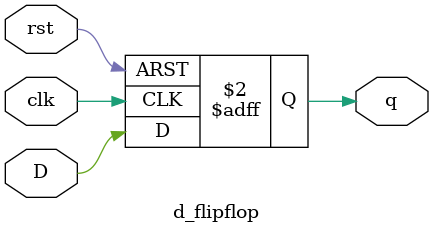
<source format=v>
module d_flipflop(
    input D,
    input clk,
    input rst,
    output reg q
);
  always @(posedge clk or posedge rst) begin
    if (rst)
      q <= 1'b0;
    else
      q <= D;
  end
endmodule

</source>
